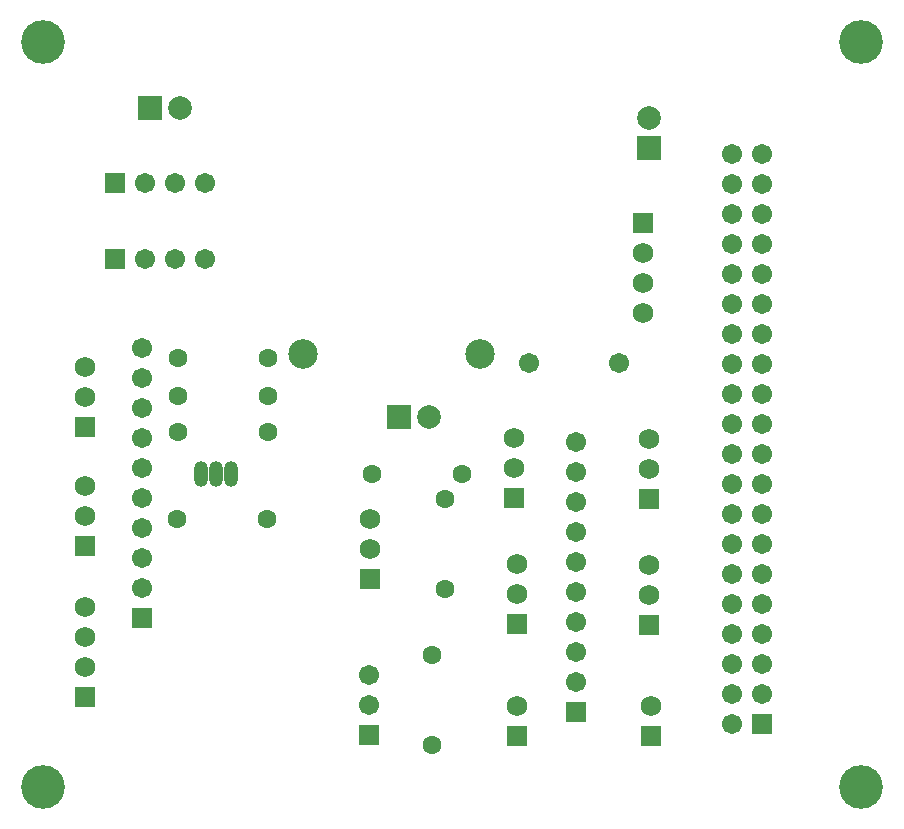
<source format=gbr>
%TF.GenerationSoftware,Altium Limited,Altium Designer,18.1.11 (251)*%
G04 Layer_Color=8388736*
%FSLAX45Y45*%
%MOMM*%
%TF.FileFunction,Soldermask,Top*%
%TF.Part,Single*%
G01*
G75*
%TA.AperFunction,ComponentPad*%
%ADD49C,1.70320*%
%ADD50C,1.72720*%
%ADD51R,1.72720X1.72720*%
%ADD52R,2.00320X2.00320*%
%ADD53C,2.00320*%
%ADD54O,1.20320X2.20320*%
%ADD55O,1.20320X2.20320*%
%ADD56R,2.00320X2.00320*%
%ADD57C,1.60320*%
%ADD58R,1.70320X1.70320*%
%ADD59C,2.50320*%
%ADD60R,1.70320X1.70320*%
%TA.AperFunction,ViaPad*%
%ADD61C,3.70320*%
D49*
X1549400Y1790700D02*
D03*
Y2044700D02*
D03*
Y2298700D02*
D03*
Y2552700D02*
D03*
Y2806700D02*
D03*
Y3060700D02*
D03*
Y3314700D02*
D03*
Y3568700D02*
D03*
Y3822700D02*
D03*
X2082800Y4572000D02*
D03*
X1828800D02*
D03*
X1574800D02*
D03*
X2082800Y5219700D02*
D03*
X1828800D02*
D03*
X1574800D02*
D03*
X4826000Y3695700D02*
D03*
X5219700Y3022498D02*
D03*
Y2768498D02*
D03*
Y2514498D02*
D03*
Y2260498D02*
D03*
Y2006498D02*
D03*
Y1752498D02*
D03*
Y1498498D02*
D03*
Y1244498D02*
D03*
Y990498D02*
D03*
X6540500Y635000D02*
D03*
X6794500Y889000D02*
D03*
Y1143000D02*
D03*
Y1397000D02*
D03*
Y1651000D02*
D03*
Y1905000D02*
D03*
Y2159000D02*
D03*
Y2413000D02*
D03*
Y2667000D02*
D03*
Y2921000D02*
D03*
Y3175000D02*
D03*
Y3429000D02*
D03*
Y3683000D02*
D03*
Y3937000D02*
D03*
Y4191000D02*
D03*
Y4445000D02*
D03*
Y4699000D02*
D03*
Y4953000D02*
D03*
Y5207000D02*
D03*
Y5461000D02*
D03*
X6540500D02*
D03*
Y5207000D02*
D03*
Y4953000D02*
D03*
Y4699000D02*
D03*
Y4445000D02*
D03*
Y4191000D02*
D03*
Y3937000D02*
D03*
Y3683000D02*
D03*
Y3429000D02*
D03*
Y3175000D02*
D03*
Y2921000D02*
D03*
Y2667000D02*
D03*
Y2413000D02*
D03*
Y2159000D02*
D03*
Y1905000D02*
D03*
Y1651000D02*
D03*
Y1397000D02*
D03*
Y1143000D02*
D03*
Y889000D02*
D03*
X5588000Y3695700D02*
D03*
X3467100Y1054100D02*
D03*
Y800100D02*
D03*
D50*
X1066800Y1117600D02*
D03*
Y1371600D02*
D03*
Y1625600D02*
D03*
Y2400300D02*
D03*
Y2654300D02*
D03*
Y3403600D02*
D03*
Y3657600D02*
D03*
X3479800Y2120800D02*
D03*
Y2374800D02*
D03*
X4724400Y1739900D02*
D03*
Y1993900D02*
D03*
Y787400D02*
D03*
X5854700D02*
D03*
X5842000Y1727200D02*
D03*
Y1981200D02*
D03*
Y2794000D02*
D03*
Y3048000D02*
D03*
X5791200Y4114800D02*
D03*
Y4368800D02*
D03*
Y4622800D02*
D03*
X4699000Y3060598D02*
D03*
Y2806598D02*
D03*
D51*
X1066800Y863600D02*
D03*
Y2146300D02*
D03*
Y3149600D02*
D03*
X3479800Y1866800D02*
D03*
X4724400Y533400D02*
D03*
Y1485900D02*
D03*
X5854700Y533400D02*
D03*
X5842000Y1473200D02*
D03*
Y2540000D02*
D03*
X4699000Y2552598D02*
D03*
X5791200Y4876800D02*
D03*
D52*
X3721100Y3238500D02*
D03*
X1612900Y5854700D02*
D03*
D53*
X3975100Y3238500D02*
D03*
X5842000Y5765800D02*
D03*
X1866900Y5854700D02*
D03*
D54*
X2299906Y2755900D02*
D03*
X2045906D02*
D03*
D55*
X2172906Y2755900D02*
D03*
D56*
X5842000Y5511800D02*
D03*
D57*
X1841500Y2374900D02*
D03*
X2603500D02*
D03*
X3492500Y2756172D02*
D03*
X4114800Y1778000D02*
D03*
X4000500Y1219200D02*
D03*
Y457200D02*
D03*
X4114800Y2540000D02*
D03*
X4254500Y2756172D02*
D03*
X2616200Y3733800D02*
D03*
Y3416300D02*
D03*
Y3111500D02*
D03*
X1854200Y3733800D02*
D03*
Y3416300D02*
D03*
Y3111500D02*
D03*
D58*
X1549400Y1536700D02*
D03*
X3467100Y546100D02*
D03*
X5219700Y736498D02*
D03*
X6794500Y635000D02*
D03*
D59*
X2907599Y3771900D02*
D03*
X4407596D02*
D03*
D60*
X1320800Y4572000D02*
D03*
Y5219700D02*
D03*
D61*
X711200Y101600D02*
D03*
Y6413500D02*
D03*
X7632700Y101600D02*
D03*
Y6413500D02*
D03*
%TF.MD5,02ddd4e605258569778fb94625a8253d*%
M02*

</source>
